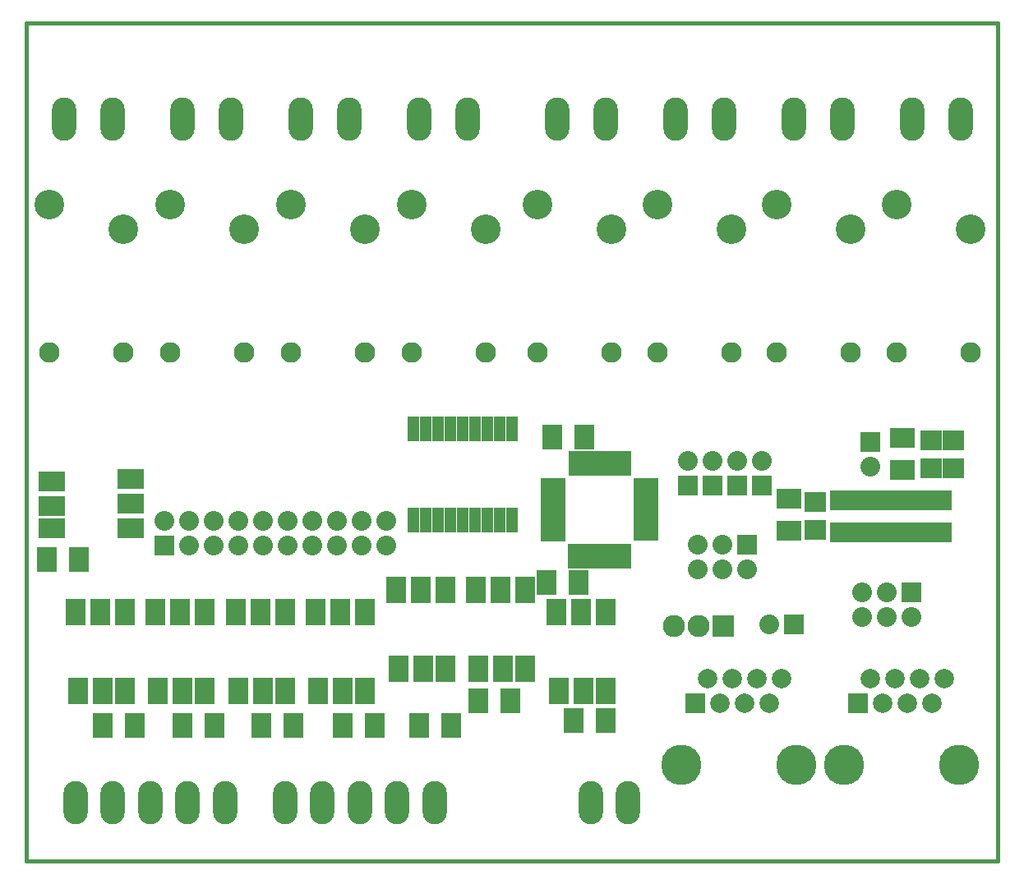
<source format=gts>
G04 (created by PCBNEW (2013-mar-13)-testing) date jeu. 20 juin 2013 21:39:05 CEST*
%MOIN*%
G04 Gerber Fmt 3.4, Leading zero omitted, Abs format*
%FSLAX34Y34*%
G01*
G70*
G90*
G04 APERTURE LIST*
%ADD10C,0.005906*%
%ADD11C,0.015000*%
%ADD12C,0.083000*%
%ADD13C,0.120000*%
%ADD14O,0.098000X0.176000*%
%ADD15R,0.080000X0.100000*%
%ADD16R,0.100000X0.080000*%
%ADD17C,0.090000*%
%ADD18R,0.090000X0.090000*%
%ADD19R,0.110000X0.082000*%
%ADD20R,0.080000X0.080000*%
%ADD21C,0.080000*%
%ADD22R,0.090900X0.082900*%
%ADD23R,0.082000X0.110000*%
%ADD24R,0.037700X0.098700*%
%ADD25R,0.098700X0.037700*%
%ADD26R,0.050000X0.098740*%
%ADD27C,0.163700*%
%ADD28R,0.079100X0.079100*%
%ADD29C,0.079100*%
G04 APERTURE END LIST*
G54D10*
G54D11*
X71500Y-62000D02*
X110900Y-62000D01*
X71500Y-28000D02*
X110900Y-28000D01*
X110900Y-28000D02*
X110800Y-28000D01*
X110900Y-62000D02*
X110900Y-28000D01*
X71500Y-62000D02*
X71500Y-28000D01*
G54D12*
X92250Y-41350D03*
X95242Y-41350D03*
G54D13*
X95242Y-36350D03*
X92250Y-35350D03*
G54D12*
X97100Y-41350D03*
X100092Y-41350D03*
G54D13*
X100092Y-36350D03*
X97100Y-35350D03*
G54D12*
X101950Y-41350D03*
X104942Y-41350D03*
G54D13*
X104942Y-36350D03*
X101950Y-35350D03*
G54D12*
X106800Y-41350D03*
X109792Y-41350D03*
G54D13*
X109792Y-36350D03*
X106800Y-35350D03*
G54D14*
X109390Y-31889D03*
X107420Y-31889D03*
X104590Y-31889D03*
X102620Y-31889D03*
X99790Y-31889D03*
X97820Y-31889D03*
X94990Y-31889D03*
X93020Y-31889D03*
X89390Y-31889D03*
X87420Y-31889D03*
X84590Y-31889D03*
X82620Y-31889D03*
X79790Y-31889D03*
X77820Y-31889D03*
X74990Y-31889D03*
X73020Y-31889D03*
G54D12*
X87150Y-41350D03*
X90142Y-41350D03*
G54D13*
X90142Y-36350D03*
X87150Y-35350D03*
G54D12*
X82250Y-41350D03*
X85242Y-41350D03*
G54D13*
X85242Y-36350D03*
X82250Y-35350D03*
G54D12*
X77350Y-41350D03*
X80342Y-41350D03*
G54D13*
X80342Y-36350D03*
X77350Y-35350D03*
G54D12*
X72450Y-41350D03*
X75442Y-41350D03*
G54D13*
X75442Y-36350D03*
X72450Y-35350D03*
G54D15*
X93900Y-50700D03*
X92600Y-50700D03*
G54D14*
X94400Y-59645D03*
X95915Y-59645D03*
G54D16*
X106600Y-47350D03*
X106600Y-48650D03*
X107600Y-47350D03*
X107600Y-48650D03*
G54D17*
X97775Y-52450D03*
X98775Y-52450D03*
G54D18*
X99775Y-52450D03*
G54D15*
X73650Y-49750D03*
X72350Y-49750D03*
G54D19*
X72550Y-46600D03*
X72550Y-47600D03*
X72550Y-48500D03*
X75750Y-48500D03*
X75750Y-47500D03*
X75750Y-46500D03*
G54D20*
X100725Y-49150D03*
G54D21*
X100725Y-50150D03*
X99725Y-49150D03*
X99725Y-50150D03*
X98725Y-49150D03*
X98725Y-50150D03*
G54D15*
X91150Y-55500D03*
X89850Y-55500D03*
X87450Y-56500D03*
X88750Y-56500D03*
X95000Y-56300D03*
X93700Y-56300D03*
X81050Y-56500D03*
X82350Y-56500D03*
X74600Y-56500D03*
X75900Y-56500D03*
G54D16*
X108550Y-48650D03*
X108550Y-47350D03*
G54D15*
X77850Y-56500D03*
X79150Y-56500D03*
G54D16*
X107050Y-44825D03*
X107050Y-46125D03*
G54D15*
X94150Y-44800D03*
X92850Y-44800D03*
G54D16*
X102450Y-48600D03*
X102450Y-47300D03*
X104600Y-48650D03*
X104600Y-47350D03*
X105600Y-48650D03*
X105600Y-47350D03*
G54D15*
X84350Y-56500D03*
X85650Y-56500D03*
G54D20*
X99350Y-46750D03*
G54D21*
X99350Y-45750D03*
G54D20*
X105725Y-45000D03*
G54D21*
X105725Y-46000D03*
G54D20*
X98350Y-46750D03*
G54D21*
X98350Y-45750D03*
G54D20*
X100350Y-46750D03*
G54D21*
X100350Y-45750D03*
G54D20*
X101350Y-46750D03*
G54D21*
X101350Y-45750D03*
G54D22*
X103500Y-47441D03*
X103500Y-48559D03*
X108200Y-46059D03*
X108200Y-44941D03*
X109100Y-46059D03*
X109100Y-44941D03*
G54D20*
X107400Y-51112D03*
G54D21*
X107400Y-52112D03*
X106400Y-51112D03*
X106400Y-52112D03*
X105400Y-51112D03*
X105400Y-52112D03*
G54D14*
X73500Y-59645D03*
X75015Y-59645D03*
X76531Y-59645D03*
X78047Y-59645D03*
X79562Y-59645D03*
X82000Y-59645D03*
X83515Y-59645D03*
X85031Y-59645D03*
X86547Y-59645D03*
X88062Y-59645D03*
G54D23*
X73600Y-55100D03*
X74600Y-55100D03*
X75500Y-55100D03*
X75500Y-51900D03*
X74500Y-51900D03*
X73500Y-51900D03*
X76850Y-55100D03*
X77850Y-55100D03*
X78750Y-55100D03*
X78750Y-51900D03*
X77750Y-51900D03*
X76750Y-51900D03*
X80100Y-55100D03*
X81100Y-55100D03*
X82000Y-55100D03*
X82000Y-51900D03*
X81000Y-51900D03*
X80000Y-51900D03*
X83350Y-55100D03*
X84350Y-55100D03*
X85250Y-55100D03*
X85250Y-51900D03*
X84250Y-51900D03*
X83250Y-51900D03*
X86600Y-54200D03*
X87600Y-54200D03*
X88500Y-54200D03*
X88500Y-51000D03*
X87500Y-51000D03*
X86500Y-51000D03*
X93100Y-55100D03*
X94100Y-55100D03*
X95000Y-55100D03*
X95000Y-51900D03*
X94000Y-51900D03*
X93000Y-51900D03*
X89850Y-54200D03*
X90850Y-54200D03*
X91750Y-54200D03*
X91750Y-51000D03*
X90750Y-51000D03*
X89750Y-51000D03*
G54D24*
X93657Y-45854D03*
X93972Y-45854D03*
X94287Y-45854D03*
X94602Y-45854D03*
X94917Y-45854D03*
X95232Y-45854D03*
X95547Y-45854D03*
X95862Y-45854D03*
X95860Y-49620D03*
X93650Y-49620D03*
X93970Y-49620D03*
X94290Y-49620D03*
X94600Y-49620D03*
X94920Y-49620D03*
X95230Y-49620D03*
X95550Y-49620D03*
G54D25*
X96650Y-46638D03*
X96650Y-46952D03*
X96650Y-47268D03*
X96650Y-47582D03*
X96650Y-47898D03*
X96650Y-48212D03*
X96650Y-48528D03*
X96650Y-48842D03*
X92870Y-46640D03*
X92870Y-46950D03*
X92870Y-47270D03*
X92870Y-47580D03*
X92870Y-47890D03*
X92870Y-48210D03*
X92870Y-48530D03*
X92870Y-48850D03*
G54D20*
X102625Y-52400D03*
G54D21*
X101625Y-52400D03*
G54D20*
X77100Y-49200D03*
G54D21*
X77100Y-48200D03*
X78100Y-49200D03*
X78100Y-48200D03*
X79100Y-49200D03*
X79100Y-48200D03*
X80100Y-49200D03*
X80100Y-48200D03*
X81100Y-49200D03*
X81100Y-48200D03*
X82100Y-49200D03*
X82100Y-48200D03*
X83100Y-49200D03*
X83100Y-48200D03*
X84100Y-49200D03*
X84100Y-48200D03*
X85100Y-49200D03*
X85100Y-48200D03*
X86100Y-49200D03*
X86100Y-48200D03*
G54D26*
X87200Y-48150D03*
X87700Y-48150D03*
X88200Y-48150D03*
X88700Y-48150D03*
X89200Y-48150D03*
X89700Y-48150D03*
X90200Y-48150D03*
X90700Y-48150D03*
X91200Y-48150D03*
X91200Y-44450D03*
X90700Y-44450D03*
X90200Y-44450D03*
X87200Y-44449D03*
X87700Y-44450D03*
X88200Y-44450D03*
X88700Y-44450D03*
X89200Y-44450D03*
X89700Y-44450D03*
G54D27*
X109338Y-58112D03*
X104665Y-58112D03*
G54D28*
X105250Y-55612D03*
G54D29*
X105750Y-54612D03*
X106250Y-55612D03*
X106750Y-54612D03*
X107250Y-55612D03*
X107750Y-54612D03*
X108250Y-55612D03*
X108750Y-54612D03*
G54D27*
X102738Y-58112D03*
X98065Y-58112D03*
G54D28*
X98650Y-55612D03*
G54D29*
X99150Y-54612D03*
X99650Y-55612D03*
X100150Y-54612D03*
X100650Y-55612D03*
X101150Y-54612D03*
X101650Y-55612D03*
X102150Y-54612D03*
M02*

</source>
